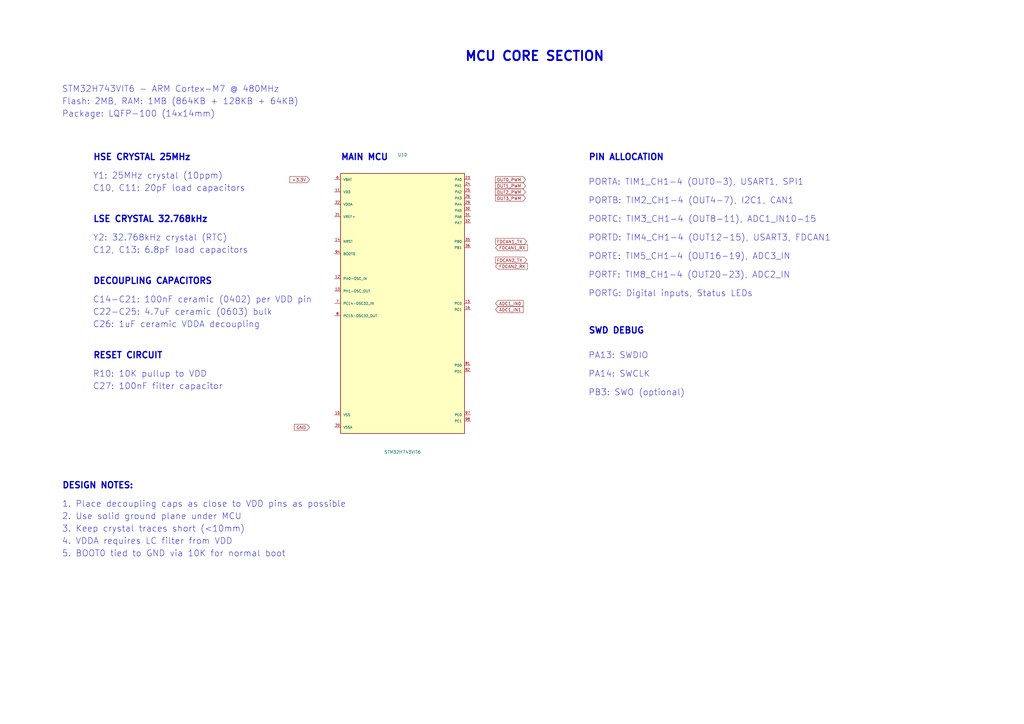
<source format=kicad_sch>
(kicad_sch (version 20231120) (generator "eeschema") (generator_version "8.0")
  (paper "A3")
  (title_block (title "PMU-30 MCU Core") (date "2024-12-22") (rev "A") (company "R2 m-sport") (comment 1 "STM32H743VIT6 Microcontroller") (comment 2 "480MHz Cortex-M7, 2MB Flash, 1MB RAM"))
  (lib_symbols
    (symbol "PMU30:STM32H743VIT6" (pin_names (offset 1.016))
      (property "Reference" "U" (at 0 55.88 0))
      (property "Value" "STM32H743VIT6" (at 0 -55.88 0))
      (symbol "STM32H743VIT6_0_1"
        (rectangle (start -25.4 53.34) (end 25.4 -53.34) (stroke (width 0.254)) (fill (type background)))
      )
      (symbol "STM32H743VIT6_1_1"
        (pin power_in line (at -27.94 50.8 0) (length 2.54) (name "VBAT") (number "6"))
        (pin power_in line (at -27.94 45.72 0) (length 2.54) (name "VDD") (number "11"))
        (pin power_in line (at -27.94 40.64 0) (length 2.54) (name "VDDA") (number "22"))
        (pin power_in line (at -27.94 35.56 0) (length 2.54) (name "VREF+") (number "21"))
        (pin power_in line (at -27.94 -45.72 0) (length 2.54) (name "VSS") (number "10"))
        (pin power_in line (at -27.94 -50.8 0) (length 2.54) (name "VSSA") (number "20"))
        (pin input line (at -27.94 25.4 0) (length 2.54) (name "NRST") (number "14"))
        (pin input line (at -27.94 20.32 0) (length 2.54) (name "BOOT0") (number "94"))
        (pin bidirectional line (at -27.94 10.16 0) (length 2.54) (name "PH0-OSC_IN") (number "12"))
        (pin bidirectional line (at -27.94 5.08 0) (length 2.54) (name "PH1-OSC_OUT") (number "13"))
        (pin bidirectional line (at -27.94 0 0) (length 2.54) (name "PC14-OSC32_IN") (number "7"))
        (pin bidirectional line (at -27.94 -5.08 0) (length 2.54) (name "PC15-OSC32_OUT") (number "8"))
        (pin bidirectional line (at 27.94 50.8 180) (length 2.54) (name "PA0") (number "23"))
        (pin bidirectional line (at 27.94 48.26 180) (length 2.54) (name "PA1") (number "24"))
        (pin bidirectional line (at 27.94 45.72 180) (length 2.54) (name "PA2") (number "25"))
        (pin bidirectional line (at 27.94 43.18 180) (length 2.54) (name "PA3") (number "26"))
        (pin bidirectional line (at 27.94 40.64 180) (length 2.54) (name "PA4") (number "29"))
        (pin bidirectional line (at 27.94 38.1 180) (length 2.54) (name "PA5") (number "30"))
        (pin bidirectional line (at 27.94 35.56 180) (length 2.54) (name "PA6") (number "31"))
        (pin bidirectional line (at 27.94 33.02 180) (length 2.54) (name "PA7") (number "32"))
        (pin bidirectional line (at 27.94 25.4 180) (length 2.54) (name "PB0") (number "35"))
        (pin bidirectional line (at 27.94 22.86 180) (length 2.54) (name "PB1") (number "36"))
        (pin bidirectional line (at 27.94 0 180) (length 2.54) (name "PC0") (number "15"))
        (pin bidirectional line (at 27.94 -2.54 180) (length 2.54) (name "PC1") (number "16"))
        (pin bidirectional line (at 27.94 -25.4 180) (length 2.54) (name "PD0") (number "81"))
        (pin bidirectional line (at 27.94 -27.94 180) (length 2.54) (name "PD1") (number "82"))
        (pin bidirectional line (at 27.94 -45.72 180) (length 2.54) (name "PE0") (number "97"))
        (pin bidirectional line (at 27.94 -48.26 180) (length 2.54) (name "PE1") (number "98"))
      )
    )
  )
  (text "MCU CORE SECTION" (at 190.5 25.4 0) (effects (font (size 3.81 3.81) (bold yes)) (justify left bottom)))
  (text "STM32H743VIT6 - ARM Cortex-M7 @ 480MHz" (at 25.4 38.1 0) (effects (font (size 2.54 2.54)) (justify left bottom)))
  (text "Flash: 2MB, RAM: 1MB (864KB + 128KB + 64KB)" (at 25.4 43.18 0) (effects (font (size 2.54 2.54)) (justify left bottom)))
  (text "Package: LQFP-100 (14x14mm)" (at 25.4 48.26 0) (effects (font (size 2.54 2.54)) (justify left bottom)))
  (text "MAIN MCU" (at 139.7 66.04 0) (effects (font (size 2.54 2.54) (bold yes)) (justify left bottom)))
  (symbol (lib_id "PMU30:STM32H743VIT6") (at 165.1 124.46 0) (unit 1)
    (property "Reference" "U10" (at 165.1 63.5 0))
    (property "Value" "STM32H743VIT6" (at 165.1 185.42 0))
    (property "Footprint" "Package_QFP:LQFP-100_14x14mm_P0.5mm" (effects (hide yes)))
    (property "Datasheet" "https://www.st.com/resource/en/datasheet/stm32h743vi.pdf" (effects (hide yes)))
  )
  (text "HSE CRYSTAL 25MHz" (at 38.1 66.04 0) (effects (font (size 2.54 2.54) (bold yes)) (justify left bottom)))
  (text "Y1: 25MHz crystal (10ppm)" (at 38.1 73.66 0) (effects (font (size 2.54 2.54)) (justify left bottom)))
  (text "C10, C11: 20pF load capacitors" (at 38.1 78.74 0) (effects (font (size 2.54 2.54)) (justify left bottom)))
  (text "LSE CRYSTAL 32.768kHz" (at 38.1 91.44 0) (effects (font (size 2.54 2.54) (bold yes)) (justify left bottom)))
  (text "Y2: 32.768kHz crystal (RTC)" (at 38.1 99.06 0) (effects (font (size 2.54 2.54)) (justify left bottom)))
  (text "C12, C13: 6.8pF load capacitors" (at 38.1 104.14 0) (effects (font (size 2.54 2.54)) (justify left bottom)))
  (text "DECOUPLING CAPACITORS" (at 38.1 116.84 0) (effects (font (size 2.54 2.54) (bold yes)) (justify left bottom)))
  (text "C14-C21: 100nF ceramic (0402) per VDD pin" (at 38.1 124.46 0) (effects (font (size 2.54 2.54)) (justify left bottom)))
  (text "C22-C25: 4.7uF ceramic (0603) bulk" (at 38.1 129.54 0) (effects (font (size 2.54 2.54)) (justify left bottom)))
  (text "C26: 1uF ceramic VDDA decoupling" (at 38.1 134.62 0) (effects (font (size 2.54 2.54)) (justify left bottom)))
  (text "RESET CIRCUIT" (at 38.1 147.32 0) (effects (font (size 2.54 2.54) (bold yes)) (justify left bottom)))
  (text "R10: 10K pullup to VDD" (at 38.1 154.94 0) (effects (font (size 2.54 2.54)) (justify left bottom)))
  (text "C27: 100nF filter capacitor" (at 38.1 160.02 0) (effects (font (size 2.54 2.54)) (justify left bottom)))
  (text "PIN ALLOCATION" (at 241.3 66.04 0) (effects (font (size 2.54 2.54) (bold yes)) (justify left bottom)))
  (text "PORTA: TIM1_CH1-4 (OUT0-3), USART1, SPI1" (at 241.3 76.2 0) (effects (font (size 2.54 2.54)) (justify left bottom)))
  (text "PORTB: TIM2_CH1-4 (OUT4-7), I2C1, CAN1" (at 241.3 83.82 0) (effects (font (size 2.54 2.54)) (justify left bottom)))
  (text "PORTC: TIM3_CH1-4 (OUT8-11), ADC1_IN10-15" (at 241.3 91.44 0) (effects (font (size 2.54 2.54)) (justify left bottom)))
  (text "PORTD: TIM4_CH1-4 (OUT12-15), USART3, FDCAN1" (at 241.3 99.06 0) (effects (font (size 2.54 2.54)) (justify left bottom)))
  (text "PORTE: TIM5_CH1-4 (OUT16-19), ADC3_IN" (at 241.3 106.68 0) (effects (font (size 2.54 2.54)) (justify left bottom)))
  (text "PORTF: TIM8_CH1-4 (OUT20-23), ADC2_IN" (at 241.3 114.3 0) (effects (font (size 2.54 2.54)) (justify left bottom)))
  (text "PORTG: Digital inputs, Status LEDs" (at 241.3 121.92 0) (effects (font (size 2.54 2.54)) (justify left bottom)))
  (text "SWD DEBUG" (at 241.3 137.16 0) (effects (font (size 2.54 2.54) (bold yes)) (justify left bottom)))
  (text "PA13: SWDIO" (at 241.3 147.32 0) (effects (font (size 2.54 2.54)) (justify left bottom)))
  (text "PA14: SWCLK" (at 241.3 154.94 0) (effects (font (size 2.54 2.54)) (justify left bottom)))
  (text "PB3: SWO (optional)" (at 241.3 162.56 0) (effects (font (size 2.54 2.54)) (justify left bottom)))
  (text "DESIGN NOTES:" (at 25.4 200.66 0) (effects (font (size 2.54 2.54) (bold yes)) (justify left bottom)))
  (text "1. Place decoupling caps as close to VDD pins as possible" (at 25.4 208.28 0) (effects (font (size 2.54 2.54)) (justify left bottom)))
  (text "2. Use solid ground plane under MCU" (at 25.4 213.36 0) (effects (font (size 2.54 2.54)) (justify left bottom)))
  (text "3. Keep crystal traces short (<10mm)" (at 25.4 218.44 0) (effects (font (size 2.54 2.54)) (justify left bottom)))
  (text "4. VDDA requires LC filter from VDD" (at 25.4 223.52 0) (effects (font (size 2.54 2.54)) (justify left bottom)))
  (text "5. BOOT0 tied to GND via 10K for normal boot" (at 25.4 228.6 0) (effects (font (size 2.54 2.54)) (justify left bottom)))
  (global_label "+3.3V" (shape input) (at 127.0 73.66 180) (property "Intersheetrefs" "${INTERSHEET_REFS}" (effects (hide yes))))
  (global_label "GND" (shape input) (at 127.0 175.26 180) (property "Intersheetrefs" "${INTERSHEET_REFS}" (effects (hide yes))))
  (global_label "FDCAN1_TX" (shape output) (at 203.2 99.06 0) (property "Intersheetrefs" "${INTERSHEET_REFS}" (effects (hide yes))))
  (global_label "FDCAN1_RX" (shape input) (at 203.2 101.6 0) (property "Intersheetrefs" "${INTERSHEET_REFS}" (effects (hide yes))))
  (global_label "FDCAN2_TX" (shape output) (at 203.2 106.68 0) (property "Intersheetrefs" "${INTERSHEET_REFS}" (effects (hide yes))))
  (global_label "FDCAN2_RX" (shape input) (at 203.2 109.22 0) (property "Intersheetrefs" "${INTERSHEET_REFS}" (effects (hide yes))))
  (global_label "OUT0_PWM" (shape output) (at 203.2 73.66 0) (property "Intersheetrefs" "${INTERSHEET_REFS}" (effects (hide yes))))
  (global_label "OUT1_PWM" (shape output) (at 203.2 76.2 0) (property "Intersheetrefs" "${INTERSHEET_REFS}" (effects (hide yes))))
  (global_label "OUT2_PWM" (shape output) (at 203.2 78.74 0) (property "Intersheetrefs" "${INTERSHEET_REFS}" (effects (hide yes))))
  (global_label "OUT3_PWM" (shape output) (at 203.2 81.28 0) (property "Intersheetrefs" "${INTERSHEET_REFS}" (effects (hide yes))))
  (global_label "ADC1_IN0" (shape input) (at 203.2 124.46 0) (property "Intersheetrefs" "${INTERSHEET_REFS}" (effects (hide yes))))
  (global_label "ADC1_IN1" (shape input) (at 203.2 127.0 0) (property "Intersheetrefs" "${INTERSHEET_REFS}" (effects (hide yes))))
)
</source>
